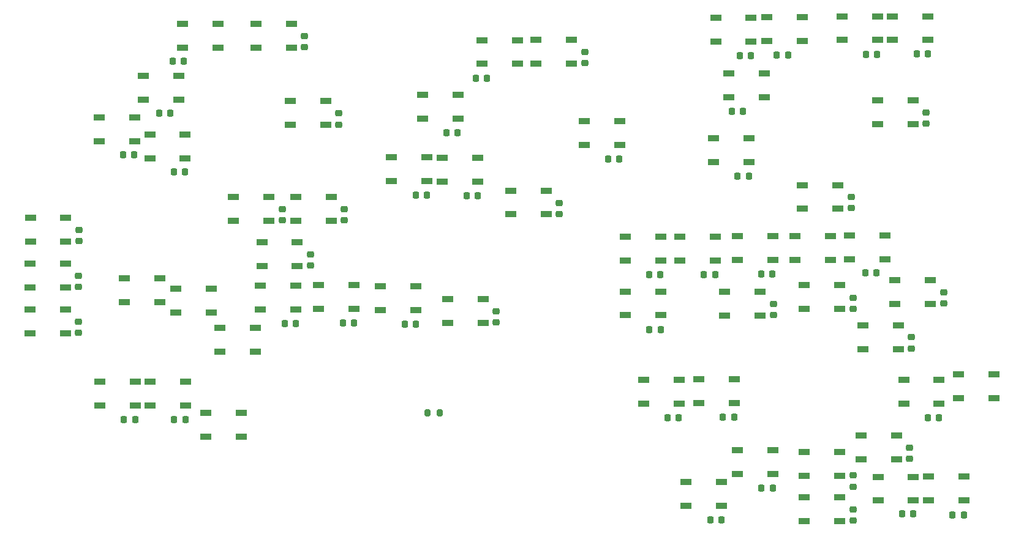
<source format=gbr>
%TF.GenerationSoftware,KiCad,Pcbnew,(6.0.9)*%
%TF.CreationDate,2023-04-01T15:36:49-08:00*%
%TF.ProjectId,SNSR PANEL,534e5352-2050-4414-9e45-4c2e6b696361,3*%
%TF.SameCoordinates,Original*%
%TF.FileFunction,Paste,Top*%
%TF.FilePolarity,Positive*%
%FSLAX46Y46*%
G04 Gerber Fmt 4.6, Leading zero omitted, Abs format (unit mm)*
G04 Created by KiCad (PCBNEW (6.0.9)) date 2023-04-01 15:36:49*
%MOMM*%
%LPD*%
G01*
G04 APERTURE LIST*
G04 Aperture macros list*
%AMRoundRect*
0 Rectangle with rounded corners*
0 $1 Rounding radius*
0 $2 $3 $4 $5 $6 $7 $8 $9 X,Y pos of 4 corners*
0 Add a 4 corners polygon primitive as box body*
4,1,4,$2,$3,$4,$5,$6,$7,$8,$9,$2,$3,0*
0 Add four circle primitives for the rounded corners*
1,1,$1+$1,$2,$3*
1,1,$1+$1,$4,$5*
1,1,$1+$1,$6,$7*
1,1,$1+$1,$8,$9*
0 Add four rect primitives between the rounded corners*
20,1,$1+$1,$2,$3,$4,$5,0*
20,1,$1+$1,$4,$5,$6,$7,0*
20,1,$1+$1,$6,$7,$8,$9,0*
20,1,$1+$1,$8,$9,$2,$3,0*%
G04 Aperture macros list end*
%ADD10R,1.500000X0.900000*%
%ADD11RoundRect,0.225000X-0.250000X0.225000X-0.250000X-0.225000X0.250000X-0.225000X0.250000X0.225000X0*%
%ADD12RoundRect,0.225000X-0.225000X-0.250000X0.225000X-0.250000X0.225000X0.250000X-0.225000X0.250000X0*%
%ADD13RoundRect,0.225000X0.250000X-0.225000X0.250000X0.225000X-0.250000X0.225000X-0.250000X-0.225000X0*%
%ADD14RoundRect,0.200000X-0.200000X-0.275000X0.200000X-0.275000X0.200000X0.275000X-0.200000X0.275000X0*%
G04 APERTURE END LIST*
D10*
%TO.C,D2*%
X82679200Y-92355200D03*
X82679200Y-95655200D03*
X87579200Y-95655200D03*
X87579200Y-92355200D03*
%TD*%
%TO.C,D3*%
X82690800Y-86005400D03*
X82690800Y-89305400D03*
X87590800Y-89305400D03*
X87590800Y-86005400D03*
%TD*%
%TO.C,D4*%
X82753200Y-79655200D03*
X82753200Y-82955200D03*
X87653200Y-82955200D03*
X87653200Y-79655200D03*
%TD*%
%TO.C,D5*%
X92278200Y-65761400D03*
X92278200Y-69061400D03*
X97178200Y-69061400D03*
X97178200Y-65761400D03*
%TD*%
%TO.C,D6*%
X99263000Y-68098200D03*
X99263000Y-71398200D03*
X104163000Y-71398200D03*
X104163000Y-68098200D03*
%TD*%
%TO.C,D7*%
X98351000Y-59970200D03*
X98351000Y-63270200D03*
X103251000Y-63270200D03*
X103251000Y-59970200D03*
%TD*%
%TO.C,D8*%
X103812000Y-52807800D03*
X103812000Y-56107800D03*
X108712000Y-56107800D03*
X108712000Y-52807800D03*
%TD*%
%TO.C,D9*%
X113947000Y-52807400D03*
X113947000Y-56107400D03*
X118847000Y-56107400D03*
X118847000Y-52807400D03*
%TD*%
%TO.C,D10*%
X118671000Y-63475400D03*
X118671000Y-66775400D03*
X123571000Y-66775400D03*
X123571000Y-63475400D03*
%TD*%
%TO.C,D11*%
X110848000Y-76734200D03*
X110848000Y-80034200D03*
X115748000Y-80034200D03*
X115748000Y-76734200D03*
%TD*%
%TO.C,D12*%
X119433000Y-76759600D03*
X119433000Y-80059600D03*
X124333000Y-80059600D03*
X124333000Y-76759600D03*
%TD*%
%TO.C,D13*%
X114759000Y-83033800D03*
X114759000Y-86333800D03*
X119659000Y-86333800D03*
X119659000Y-83033800D03*
%TD*%
%TO.C,D14*%
X95785600Y-88037600D03*
X95785600Y-91337600D03*
X100685600Y-91337600D03*
X100685600Y-88037600D03*
%TD*%
%TO.C,D15*%
X102845000Y-89434200D03*
X102845000Y-92734200D03*
X107745000Y-92734200D03*
X107745000Y-89434200D03*
%TD*%
%TO.C,D16*%
X108941000Y-94870200D03*
X108941000Y-98170200D03*
X113841000Y-98170200D03*
X113841000Y-94870200D03*
%TD*%
%TO.C,D17*%
X92331200Y-102337000D03*
X92331200Y-105637000D03*
X97231200Y-105637000D03*
X97231200Y-102337000D03*
%TD*%
%TO.C,D18*%
X99291000Y-102337000D03*
X99291000Y-105637000D03*
X104191000Y-105637000D03*
X104191000Y-102337000D03*
%TD*%
%TO.C,D19*%
X106975000Y-106625000D03*
X106975000Y-109925000D03*
X111875000Y-109925000D03*
X111875000Y-106625000D03*
%TD*%
%TO.C,D20*%
X114556000Y-89027800D03*
X114556000Y-92327800D03*
X119456000Y-92327800D03*
X119456000Y-89027800D03*
%TD*%
%TO.C,D21*%
X122608000Y-88977000D03*
X122608000Y-92277000D03*
X127508000Y-92277000D03*
X127508000Y-88977000D03*
%TD*%
%TO.C,D22*%
X131168000Y-89129400D03*
X131168000Y-92429400D03*
X136068000Y-92429400D03*
X136068000Y-89129400D03*
%TD*%
%TO.C,D23*%
X140439000Y-90882000D03*
X140439000Y-94182000D03*
X145339000Y-94182000D03*
X145339000Y-90882000D03*
%TD*%
%TO.C,D24*%
X149151000Y-75870600D03*
X149151000Y-79170600D03*
X154051000Y-79170600D03*
X154051000Y-75870600D03*
%TD*%
%TO.C,D25*%
X139702000Y-71324000D03*
X139702000Y-74624000D03*
X144602000Y-74624000D03*
X144602000Y-71324000D03*
%TD*%
%TO.C,D26*%
X132666000Y-71247800D03*
X132666000Y-74547800D03*
X137566000Y-74547800D03*
X137566000Y-71247800D03*
%TD*%
%TO.C,D27*%
X136957000Y-62586400D03*
X136957000Y-65886400D03*
X141857000Y-65886400D03*
X141857000Y-62586400D03*
%TD*%
%TO.C,D28*%
X145200000Y-55042800D03*
X145200000Y-58342800D03*
X150100000Y-58342800D03*
X150100000Y-55042800D03*
%TD*%
%TO.C,D29*%
X152668000Y-55017400D03*
X152668000Y-58317400D03*
X157568000Y-58317400D03*
X157568000Y-55017400D03*
%TD*%
%TO.C,D30*%
X159311000Y-66269400D03*
X159311000Y-69569400D03*
X164211000Y-69569400D03*
X164211000Y-66269400D03*
%TD*%
%TO.C,D31*%
X177190000Y-68657400D03*
X177190000Y-71957400D03*
X182090000Y-71957400D03*
X182090000Y-68657400D03*
%TD*%
%TO.C,D32*%
X179349000Y-59665800D03*
X179349000Y-62965800D03*
X184249000Y-62965800D03*
X184249000Y-59665800D03*
%TD*%
%TO.C,D33*%
X177497000Y-51944200D03*
X177497000Y-55244200D03*
X182397000Y-55244200D03*
X182397000Y-51944200D03*
%TD*%
%TO.C,D34*%
X184584000Y-51868000D03*
X184584000Y-55168000D03*
X189484000Y-55168000D03*
X189484000Y-51868000D03*
%TD*%
%TO.C,D35*%
X194947000Y-51741000D03*
X194947000Y-55041000D03*
X199847000Y-55041000D03*
X199847000Y-51741000D03*
%TD*%
%TO.C,D36*%
X201932000Y-51740600D03*
X201932000Y-55040600D03*
X206832000Y-55040600D03*
X206832000Y-51740600D03*
%TD*%
%TO.C,D37*%
X199875000Y-63373800D03*
X199875000Y-66673800D03*
X204775000Y-66673800D03*
X204775000Y-63373800D03*
%TD*%
%TO.C,D38*%
X189512000Y-75108600D03*
X189512000Y-78408600D03*
X194412000Y-78408600D03*
X194412000Y-75108600D03*
%TD*%
%TO.C,D39*%
X165001000Y-82296800D03*
X165001000Y-85596800D03*
X169901000Y-85596800D03*
X169901000Y-82296800D03*
%TD*%
%TO.C,D40*%
X172570000Y-82296800D03*
X172570000Y-85596800D03*
X177470000Y-85596800D03*
X177470000Y-82296800D03*
%TD*%
%TO.C,D41*%
X180469000Y-82195200D03*
X180469000Y-85495200D03*
X185369000Y-85495200D03*
X185369000Y-82195200D03*
%TD*%
%TO.C,D42*%
X188496000Y-82169800D03*
X188496000Y-85469800D03*
X193396000Y-85469800D03*
X193396000Y-82169800D03*
%TD*%
%TO.C,D43*%
X196014000Y-82068200D03*
X196014000Y-85368200D03*
X200914000Y-85368200D03*
X200914000Y-82068200D03*
%TD*%
%TO.C,D44*%
X165026000Y-89840600D03*
X165026000Y-93140600D03*
X169926000Y-93140600D03*
X169926000Y-89840600D03*
%TD*%
%TO.C,D45*%
X178691000Y-89866000D03*
X178691000Y-93166000D03*
X183591000Y-93166000D03*
X183591000Y-89866000D03*
%TD*%
%TO.C,D47*%
X202262000Y-88265800D03*
X202262000Y-91565800D03*
X207162000Y-91565800D03*
X207162000Y-88265800D03*
%TD*%
%TO.C,D48*%
X197843000Y-94514200D03*
X197843000Y-97814200D03*
X202743000Y-97814200D03*
X202743000Y-94514200D03*
%TD*%
%TO.C,D49*%
X203493000Y-102058000D03*
X203493000Y-105358000D03*
X208393000Y-105358000D03*
X208393000Y-102058000D03*
%TD*%
%TO.C,D50*%
X211102000Y-101296000D03*
X211102000Y-104596000D03*
X216002000Y-104596000D03*
X216002000Y-101296000D03*
%TD*%
%TO.C,D51*%
X206911000Y-115469000D03*
X206911000Y-118769000D03*
X211811000Y-118769000D03*
X211811000Y-115469000D03*
%TD*%
%TO.C,D52*%
X199937000Y-115495000D03*
X199937000Y-118795000D03*
X204837000Y-118795000D03*
X204837000Y-115495000D03*
%TD*%
%TO.C,D53*%
X197575000Y-109780000D03*
X197575000Y-113080000D03*
X202475000Y-113080000D03*
X202475000Y-109780000D03*
%TD*%
%TO.C,D54*%
X189766000Y-112040000D03*
X189766000Y-115340000D03*
X194666000Y-115340000D03*
X194666000Y-112040000D03*
%TD*%
%TO.C,D55*%
X189766000Y-118314000D03*
X189766000Y-121614000D03*
X194666000Y-121614000D03*
X194666000Y-118314000D03*
%TD*%
%TO.C,D56*%
X180520000Y-111837000D03*
X180520000Y-115137000D03*
X185420000Y-115137000D03*
X185420000Y-111837000D03*
%TD*%
%TO.C,D57*%
X173408000Y-116180000D03*
X173408000Y-119480000D03*
X178308000Y-119480000D03*
X178308000Y-116180000D03*
%TD*%
%TO.C,D58*%
X175135000Y-101982000D03*
X175135000Y-105282000D03*
X180035000Y-105282000D03*
X180035000Y-101982000D03*
%TD*%
%TO.C,D59*%
X167541000Y-102083000D03*
X167541000Y-105383000D03*
X172441000Y-105383000D03*
X172441000Y-102083000D03*
%TD*%
D11*
%TO.C,C2*%
X89400000Y-94025000D03*
X89400000Y-95575000D03*
%TD*%
%TO.C,C3*%
X89400000Y-87687500D03*
X89400000Y-89237500D03*
%TD*%
%TO.C,C4*%
X89450000Y-81337500D03*
X89450000Y-82887500D03*
%TD*%
D12*
%TO.C,C5*%
X95587500Y-70950000D03*
X97137500Y-70950000D03*
%TD*%
%TO.C,C6*%
X102587000Y-73300000D03*
X104137000Y-73300000D03*
%TD*%
%TO.C,C7*%
X100587000Y-65200000D03*
X102137000Y-65200000D03*
%TD*%
%TO.C,C8*%
X102437000Y-58000000D03*
X103987000Y-58000000D03*
%TD*%
D11*
%TO.C,C9*%
X120650000Y-54487500D03*
X120650000Y-56037500D03*
%TD*%
%TO.C,C10*%
X125400000Y-65187500D03*
X125400000Y-66737500D03*
%TD*%
%TO.C,C11*%
X117550000Y-78425000D03*
X117550000Y-79975000D03*
%TD*%
%TO.C,C12*%
X126150000Y-78462500D03*
X126150000Y-80012500D03*
%TD*%
%TO.C,C13*%
X147150000Y-92587500D03*
X147150000Y-94137500D03*
%TD*%
D12*
%TO.C,C14*%
X134487000Y-94400000D03*
X136037000Y-94400000D03*
%TD*%
D11*
%TO.C,C15*%
X121450000Y-84687500D03*
X121450000Y-86237500D03*
%TD*%
D12*
%TO.C,C16*%
X125937000Y-94200000D03*
X127487000Y-94200000D03*
%TD*%
%TO.C,C17*%
X117887000Y-94250000D03*
X119437000Y-94250000D03*
%TD*%
%TO.C,C18*%
X102637000Y-107600000D03*
X104187000Y-107600000D03*
%TD*%
D11*
%TO.C,C20*%
X155850000Y-77587500D03*
X155850000Y-79137500D03*
%TD*%
D12*
%TO.C,C21*%
X140287000Y-67850000D03*
X141837000Y-67850000D03*
%TD*%
%TO.C,C22*%
X136013000Y-76500000D03*
X137563000Y-76500000D03*
%TD*%
D11*
%TO.C,C23*%
X159400000Y-56687500D03*
X159400000Y-58237500D03*
%TD*%
D12*
%TO.C,C24*%
X162637000Y-71550000D03*
X164187000Y-71550000D03*
%TD*%
%TO.C,C25*%
X168337000Y-95100000D03*
X169887000Y-95100000D03*
%TD*%
%TO.C,C26*%
X143075000Y-76550000D03*
X144625000Y-76550000D03*
%TD*%
%TO.C,C27*%
X168287000Y-87500000D03*
X169837000Y-87500000D03*
%TD*%
%TO.C,C29*%
X144325000Y-60300000D03*
X145875000Y-60300000D03*
%TD*%
%TO.C,C30*%
X179737000Y-64900000D03*
X181287000Y-64900000D03*
%TD*%
%TO.C,C31*%
X180537000Y-73850000D03*
X182087000Y-73850000D03*
%TD*%
D11*
%TO.C,C32*%
X196250000Y-76775000D03*
X196250000Y-78325000D03*
%TD*%
%TO.C,C33*%
X206600000Y-65037500D03*
X206600000Y-66587500D03*
%TD*%
D12*
%TO.C,C35*%
X198287000Y-57000000D03*
X199837000Y-57000000D03*
%TD*%
%TO.C,C36*%
X185937000Y-57100000D03*
X187487000Y-57100000D03*
%TD*%
%TO.C,C28*%
X205287000Y-56950000D03*
X206837000Y-56950000D03*
%TD*%
%TO.C,C37*%
X175863000Y-87500000D03*
X177413000Y-87500000D03*
%TD*%
%TO.C,C38*%
X183787000Y-87450000D03*
X185337000Y-87450000D03*
%TD*%
D11*
%TO.C,C39*%
X185450000Y-91537500D03*
X185450000Y-93087500D03*
%TD*%
D12*
%TO.C,C40*%
X198187000Y-87250000D03*
X199737000Y-87250000D03*
%TD*%
D11*
%TO.C,C41*%
X209000000Y-89937500D03*
X209000000Y-91487500D03*
%TD*%
%TO.C,C42*%
X204550000Y-96187500D03*
X204550000Y-97737500D03*
%TD*%
%TO.C,C43*%
X196500000Y-90687500D03*
X196500000Y-92237500D03*
%TD*%
D12*
%TO.C,C44*%
X206837000Y-107300000D03*
X208387000Y-107300000D03*
%TD*%
%TO.C,C45*%
X210237000Y-120750000D03*
X211787000Y-120750000D03*
%TD*%
D11*
%TO.C,C46*%
X204300000Y-111437000D03*
X204300000Y-112987000D03*
%TD*%
D12*
%TO.C,C47*%
X183837000Y-117050000D03*
X185387000Y-117050000D03*
%TD*%
%TO.C,C48*%
X203237000Y-120650000D03*
X204787000Y-120650000D03*
%TD*%
D13*
%TO.C,C49*%
X196500000Y-116863000D03*
X196500000Y-115313000D03*
%TD*%
D12*
%TO.C,C50*%
X176737000Y-121450000D03*
X178287000Y-121450000D03*
%TD*%
D11*
%TO.C,C51*%
X196500000Y-119987000D03*
X196500000Y-121537000D03*
%TD*%
D12*
%TO.C,C52*%
X178487000Y-107200000D03*
X180037000Y-107200000D03*
%TD*%
%TO.C,C53*%
X170837000Y-107300000D03*
X172387000Y-107300000D03*
%TD*%
%TO.C,C19*%
X95687500Y-107600000D03*
X97237500Y-107600000D03*
%TD*%
D14*
%TO.C,R1*%
X137687000Y-106650000D03*
X139337000Y-106650000D03*
%TD*%
D12*
%TO.C,C34*%
X180837000Y-57200000D03*
X182387000Y-57200000D03*
%TD*%
D10*
%TO.C,D46*%
X189766000Y-88977000D03*
X189766000Y-92277000D03*
X194666000Y-92277000D03*
X194666000Y-88977000D03*
%TD*%
M02*

</source>
